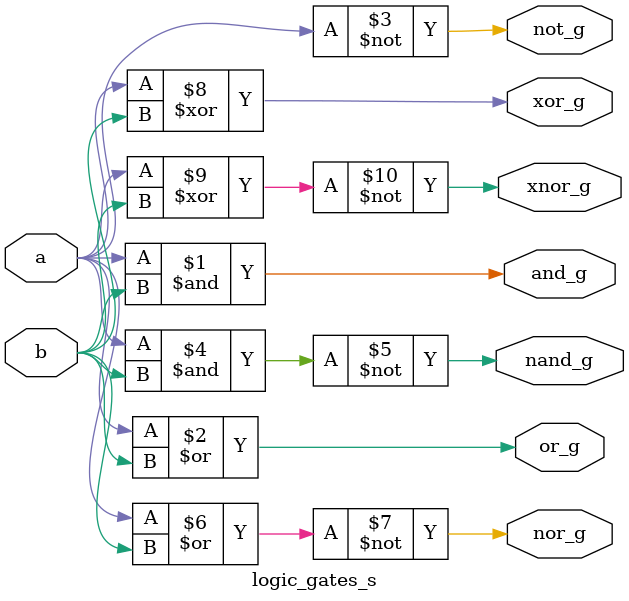
<source format=v>
`timescale 1ns / 1ps
module logic_gates_s(
    input a, b,
    output and_g,
    output or_g,
    output not_g,
    output nand_g,
    output nor_g,
    output xor_g,
    output xnor_g
);
    assign and_g  = a & b;
    assign or_g   = a | b;
    assign not_g  = ~a;
    assign nand_g = ~(a & b);
    assign nor_g  = ~(a | b);
    assign xor_g  = a ^ b;
    assign xnor_g = ~(a ^ b);
endmodule





</source>
